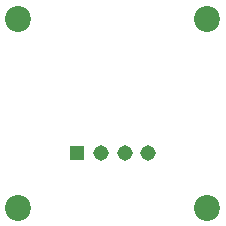
<source format=gbr>
%TF.GenerationSoftware,KiCad,Pcbnew,6.0.11-3.fc37*%
%TF.CreationDate,2023-04-24T22:35:33+02:00*%
%TF.ProjectId,crac_as5047,63726163-5f61-4733-9530-34372e6b6963,rev?*%
%TF.SameCoordinates,Original*%
%TF.FileFunction,Soldermask,Top*%
%TF.FilePolarity,Negative*%
%FSLAX46Y46*%
G04 Gerber Fmt 4.6, Leading zero omitted, Abs format (unit mm)*
G04 Created by KiCad (PCBNEW 6.0.11-3.fc37) date 2023-04-24 22:35:33*
%MOMM*%
%LPD*%
G01*
G04 APERTURE LIST*
%ADD10C,2.200000*%
%ADD11C,1.308000*%
%ADD12R,1.308000X1.308000*%
G04 APERTURE END LIST*
D10*
%TO.C,REF\u002A\u002A*%
X158000000Y-82000000D03*
%TD*%
%TO.C,REF\u002A\u002A*%
X142000000Y-82000000D03*
%TD*%
%TO.C,REF\u002A\u002A*%
X158000000Y-98000000D03*
%TD*%
%TO.C,REF\u002A\u002A*%
X142000000Y-98000000D03*
%TD*%
D11*
%TO.C,J1*%
X153000000Y-93337500D03*
X151000000Y-93337500D03*
X149000000Y-93337500D03*
D12*
X147000000Y-93337500D03*
%TD*%
M02*

</source>
